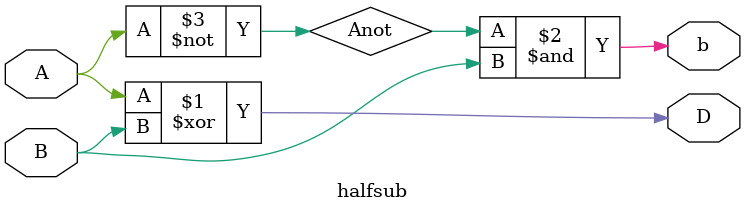
<source format=v>
module halfsub(output D,b ,input A,B);
  xor(D,A,B);
  not(Anot,A);
  and(b,Anot,B);
endmodule

</source>
